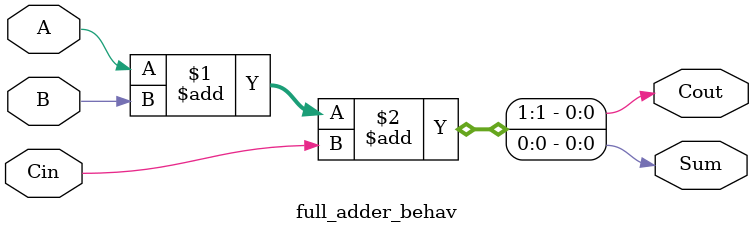
<source format=v>
module full_adder_behav (
    input  A, B, Cin,
    output Sum,
    output Cout
);
    assign {Cout, Sum} = A + B + Cin; // synthesizable
endmodule

</source>
